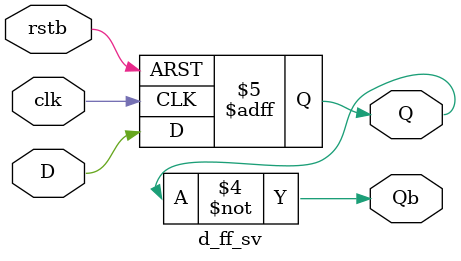
<source format=sv>
module d_ff_sv (
    input logic rstb, clk, D,
    output logic Q, Qb
);
    always_ff @ (posedge clk or negedge rstb)
    begin: dff
        if (!rstb) Q <= 1'b0;
        else Q <= D;
    end: dff

    always_comb
    begin: inverter
        Qb = ~Q;
    end: inverter
endmodule: d_ff_sv

</source>
